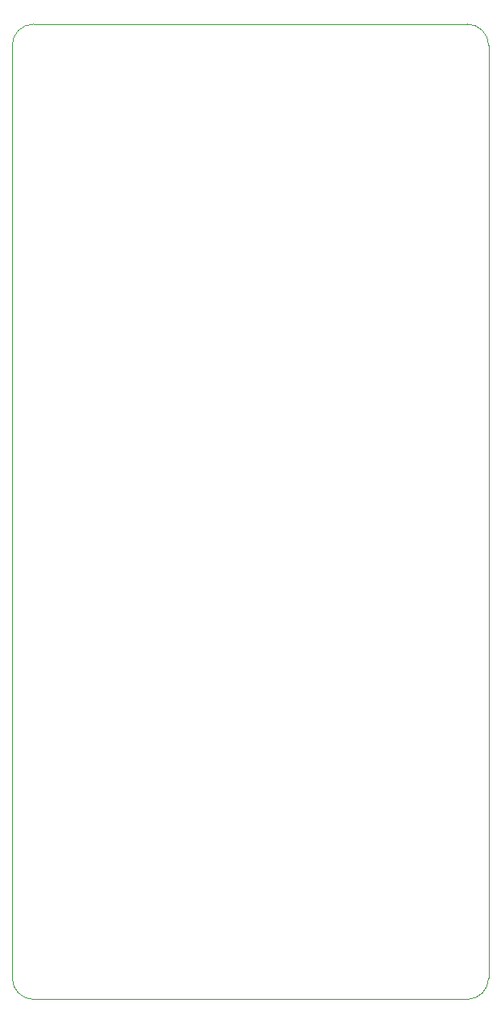
<source format=gm1>
%TF.GenerationSoftware,KiCad,Pcbnew,(6.0.0)*%
%TF.CreationDate,2022-01-02T23:15:28+00:00*%
%TF.ProjectId,main_distro,6d61696e-5f64-4697-9374-726f2e6b6963,rev?*%
%TF.SameCoordinates,Original*%
%TF.FileFunction,Profile,NP*%
%FSLAX46Y46*%
G04 Gerber Fmt 4.6, Leading zero omitted, Abs format (unit mm)*
G04 Created by KiCad (PCBNEW (6.0.0)) date 2022-01-02 23:15:28*
%MOMM*%
%LPD*%
G01*
G04 APERTURE LIST*
%TA.AperFunction,Profile*%
%ADD10C,0.050000*%
%TD*%
G04 APERTURE END LIST*
D10*
X69000000Y-60250000D02*
X69000000Y-158000000D01*
X119000000Y-158000000D02*
X119000000Y-60250000D01*
X71250000Y-58000000D02*
G75*
G03*
X69000000Y-60250000I1J-2250001D01*
G01*
X71250000Y-160250000D02*
X116750000Y-160250000D01*
X116750000Y-160250000D02*
G75*
G03*
X119000000Y-158000000I-1J2250001D01*
G01*
X69000000Y-158000000D02*
G75*
G03*
X71250000Y-160250000I2250001J1D01*
G01*
X119000000Y-60250000D02*
G75*
G03*
X116750000Y-58000000I-2250001J-1D01*
G01*
X116750000Y-58000000D02*
X71250000Y-58000000D01*
M02*

</source>
